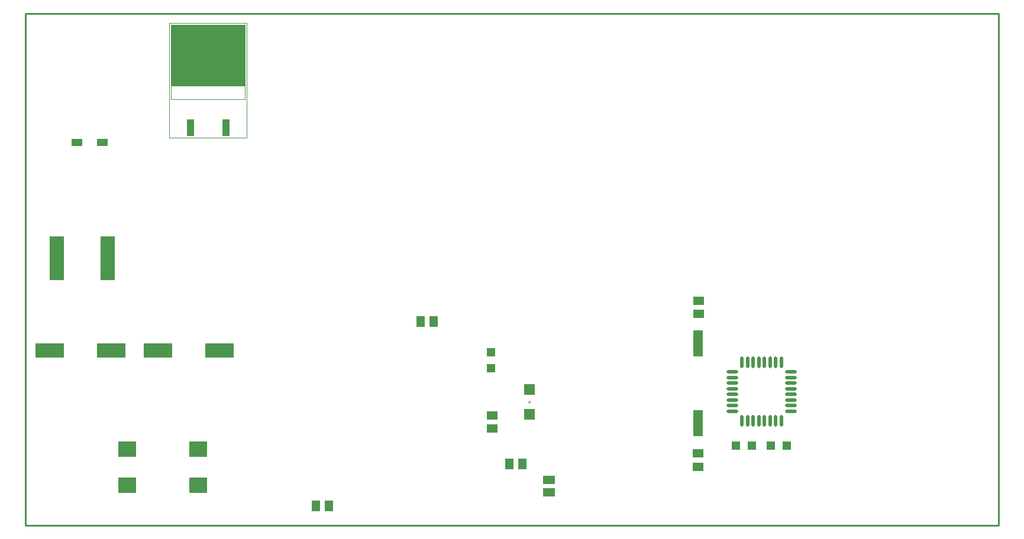
<source format=gtp>
%FSTAX23Y23*%
%MOIN*%
%SFA1B1*%

%IPPOS*%
%ADD10R,0.084645X0.248031*%
%ADD11R,0.059055X0.059055*%
%ADD12R,0.070000X0.050000*%
%ADD13R,0.051181X0.059055*%
%ADD14R,0.161417X0.078740*%
%ADD15R,0.100000X0.090000*%
%ADD16R,0.050000X0.050000*%
%ADD17R,0.059055X0.051181*%
%ADD18R,0.041339X0.094488*%
%ADD19R,0.419291X0.350393*%
%ADD20R,0.050000X0.050000*%
%ADD21O,0.064960X0.021654*%
%ADD22O,0.021654X0.064960*%
%ADD23R,0.055000X0.150000*%
%ADD24R,0.059055X0.039370*%
%ADD27C,0.003937*%
%ADD28C,0.010000*%
%LNdesafio_hardware_firmware_nathania-1*%
%LPD*%
G54D10*
X01686Y03615D03*
X01973D03*
G54D11*
X0435Y02875D03*
Y02737D03*
G54D12*
X0446Y02295D03*
Y02365D03*
G54D13*
X03222Y0222D03*
X03147D03*
X03812Y0326D03*
X03737D03*
X04312Y02455D03*
X04237D03*
G54D14*
X02603Y03095D03*
X02256D03*
X01646D03*
X01993D03*
G54D15*
X02085Y0254D03*
X02485D03*
X02085Y02335D03*
X02485D03*
G54D16*
X04135Y02995D03*
Y03085D03*
G54D17*
X0414Y0273D03*
Y02655D03*
X053Y0244D03*
Y02515D03*
X05305Y03377D03*
Y03302D03*
G54D18*
X0244Y04352D03*
X0264D03*
G54D19*
X0254Y04759D03*
G54D20*
X058Y0256D03*
X0571D03*
X05515D03*
X05605D03*
G54D21*
X05494Y02975D03*
Y02943D03*
Y02912D03*
Y0288D03*
Y02849D03*
Y02817D03*
Y02786D03*
Y02754D03*
X05825D03*
Y02786D03*
Y02817D03*
Y02849D03*
Y0288D03*
Y02912D03*
Y02943D03*
Y02975D03*
G54D22*
X05549Y02699D03*
X05581D03*
X05612D03*
X05644D03*
X05675D03*
X05707D03*
X05738D03*
X0577D03*
Y0303D03*
X05738D03*
X05707D03*
X05675D03*
X05644D03*
X05612D03*
X05581D03*
X05549D03*
G54D23*
X053Y03135D03*
Y02685D03*
G54D24*
X018Y0427D03*
X01945D03*
G54D27*
X04342Y02806D02*
X04357D01*
X0435Y02798D02*
Y02813D01*
X02332Y04513D02*
X02747D01*
X02332Y04868D02*
X02747D01*
X02332Y04513D02*
Y04868D01*
X02747Y04513D02*
Y04868D01*
X02321Y04295D02*
X02758D01*
X02321Y04944D02*
X02758D01*
X02321Y04295D02*
Y04944D01*
X02758Y04295D02*
Y04944D01*
X0254Y046D02*
Y04639D01*
X0252Y0462D02*
X02559D01*
G54D28*
X0151Y04995D02*
X06995D01*
Y0211D02*
Y04995D01*
X0151Y0211D02*
X06995D01*
X0151D02*
Y04995D01*
M02*
</source>
